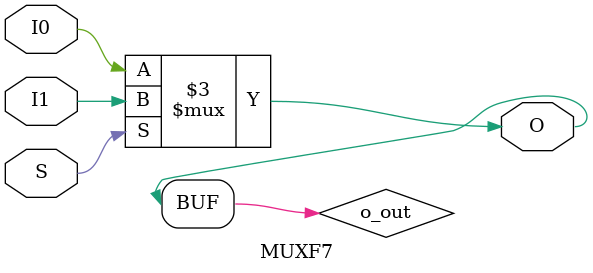
<source format=v>

/*

FUNCTION	: 2 to 1 Multiplexer for Carry Logic

*/

`celldefine
`timescale  100 ps / 10 ps

module MUXF7 (O, I0, I1, S);

    output O;
    reg    o_out;

    input  I0, I1, S;

    buf B1 (O, o_out);

	always @(I0 or I1 or S) begin
	    if (S)
		o_out <= I1;
	    else
		o_out <= I0;
	end

endmodule

</source>
